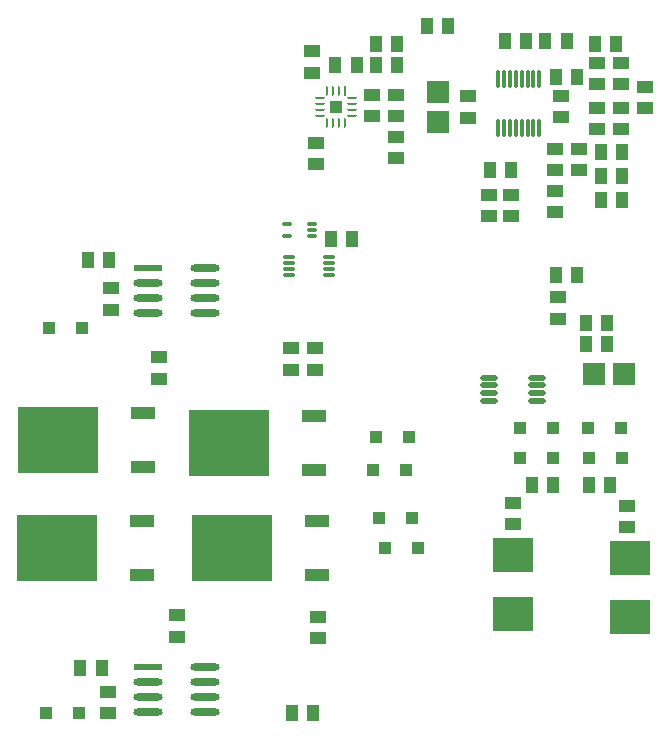
<source format=gbr>
%TF.GenerationSoftware,Altium Limited,Altium Designer,23.3.1 (30)*%
G04 Layer_Color=8421504*
%FSLAX45Y45*%
%MOMM*%
%TF.SameCoordinates,6F745D81-4E65-4738-B163-C7EBCDBB3273*%
%TF.FilePolarity,Positive*%
%TF.FileFunction,Paste,Top*%
%TF.Part,Single*%
G01*
G75*
%TA.AperFunction,SMDPad,CuDef*%
%ADD10R,2.05000X1.00000*%
%ADD11R,6.90000X5.65000*%
G04:AMPARAMS|DCode=13|XSize=0.3mm|YSize=1mm|CornerRadius=0.0495mm|HoleSize=0mm|Usage=FLASHONLY|Rotation=270.000|XOffset=0mm|YOffset=0mm|HoleType=Round|Shape=RoundedRectangle|*
%AMROUNDEDRECTD13*
21,1,0.30000,0.90100,0,0,270.0*
21,1,0.20100,1.00000,0,0,270.0*
1,1,0.09900,-0.45050,-0.10050*
1,1,0.09900,-0.45050,0.10050*
1,1,0.09900,0.45050,0.10050*
1,1,0.09900,0.45050,-0.10050*
%
%ADD13ROUNDEDRECTD13*%
%ADD14O,0.30000X1.65000*%
%ADD15R,1.44780X1.11760*%
G04:AMPARAMS|DCode=16|XSize=2.48393mm|YSize=0.60684mm|CornerRadius=0.30342mm|HoleSize=0mm|Usage=FLASHONLY|Rotation=0.000|XOffset=0mm|YOffset=0mm|HoleType=Round|Shape=RoundedRectangle|*
%AMROUNDEDRECTD16*
21,1,2.48393,0.00000,0,0,0.0*
21,1,1.87709,0.60684,0,0,0.0*
1,1,0.60684,0.93854,0.00000*
1,1,0.60684,-0.93854,0.00000*
1,1,0.60684,-0.93854,0.00000*
1,1,0.60684,0.93854,0.00000*
%
%ADD16ROUNDEDRECTD16*%
%ADD17R,2.48393X0.60684*%
%ADD18R,1.11760X1.44780*%
%ADD19R,3.50000X3.00000*%
%ADD20O,1.50000X0.45000*%
%ADD21R,1.90620X1.95395*%
G04:AMPARAMS|DCode=23|XSize=0.23928mm|YSize=0.80602mm|CornerRadius=0.11964mm|HoleSize=0mm|Usage=FLASHONLY|Rotation=270.000|XOffset=0mm|YOffset=0mm|HoleType=Round|Shape=RoundedRectangle|*
%AMROUNDEDRECTD23*
21,1,0.23928,0.56673,0,0,270.0*
21,1,0.00000,0.80602,0,0,270.0*
1,1,0.23928,-0.28337,0.00000*
1,1,0.23928,-0.28337,0.00000*
1,1,0.23928,0.28337,0.00000*
1,1,0.23928,0.28337,0.00000*
%
%ADD23ROUNDEDRECTD23*%
G04:AMPARAMS|DCode=24|XSize=0.80602mm|YSize=0.23928mm|CornerRadius=0.11964mm|HoleSize=0mm|Usage=FLASHONLY|Rotation=270.000|XOffset=0mm|YOffset=0mm|HoleType=Round|Shape=RoundedRectangle|*
%AMROUNDEDRECTD24*
21,1,0.80602,0.00000,0,0,270.0*
21,1,0.56673,0.23928,0,0,270.0*
1,1,0.23928,0.00000,-0.28337*
1,1,0.23928,0.00000,0.28337*
1,1,0.23928,0.00000,0.28337*
1,1,0.23928,0.00000,-0.28337*
%
%ADD24ROUNDEDRECTD24*%
%ADD25R,0.23928X0.80602*%
G04:AMPARAMS|DCode=26|XSize=0.3mm|YSize=0.8mm|CornerRadius=0.0495mm|HoleSize=0mm|Usage=FLASHONLY|Rotation=270.000|XOffset=0mm|YOffset=0mm|HoleType=Round|Shape=RoundedRectangle|*
%AMROUNDEDRECTD26*
21,1,0.30000,0.70100,0,0,270.0*
21,1,0.20100,0.80000,0,0,270.0*
1,1,0.09900,-0.35050,-0.10050*
1,1,0.09900,-0.35050,0.10050*
1,1,0.09900,0.35050,0.10050*
1,1,0.09900,0.35050,-0.10050*
%
%ADD26ROUNDEDRECTD26*%
%ADD27R,1.95395X1.90620*%
%TA.AperFunction,NonConductor*%
%ADD61R,1.01193X1.01193*%
%TA.AperFunction,SMDPad,CuDef*%
%ADD62R,1.10000X1.10000*%
D10*
X11389300Y6236300D02*
D03*
Y6692300D02*
D03*
X11363900Y7125300D02*
D03*
Y7581300D02*
D03*
X9902100Y6692300D02*
D03*
Y6236300D02*
D03*
X9916100Y7606700D02*
D03*
Y7150700D02*
D03*
D11*
X10669300Y6464300D02*
D03*
X10643900Y7353300D02*
D03*
X9182100Y6464300D02*
D03*
X9196100Y7378700D02*
D03*
D13*
X11145700Y8926900D02*
D03*
Y8876900D02*
D03*
Y8826900D02*
D03*
Y8776900D02*
D03*
X11485700Y8926900D02*
D03*
Y8876900D02*
D03*
Y8826900D02*
D03*
Y8776900D02*
D03*
D14*
X13268700Y10433540D02*
D03*
X13218700D02*
D03*
X13168700D02*
D03*
X13118700D02*
D03*
X13068700D02*
D03*
X13018700D02*
D03*
X12968700D02*
D03*
X12918700D02*
D03*
X13268700Y10018540D02*
D03*
X13218700D02*
D03*
X13168700D02*
D03*
X13118700D02*
D03*
X13068700D02*
D03*
X13018700D02*
D03*
X12968700D02*
D03*
X12918700D02*
D03*
D15*
X9639300Y8662670D02*
D03*
Y8482330D02*
D03*
X9613900Y5245100D02*
D03*
Y5064760D02*
D03*
X10198100Y5894070D02*
D03*
Y5713730D02*
D03*
X13042900Y6845300D02*
D03*
Y6664960D02*
D03*
X14008099Y6819900D02*
D03*
Y6639560D02*
D03*
X14160500Y10367010D02*
D03*
Y10186670D02*
D03*
X13754100Y10570210D02*
D03*
Y10389870D02*
D03*
X12052300Y9944100D02*
D03*
Y9763760D02*
D03*
X11379200Y9894570D02*
D03*
Y9714230D02*
D03*
X11341100Y10488930D02*
D03*
Y10669270D02*
D03*
X13449300Y10110470D02*
D03*
Y10290810D02*
D03*
X13957300Y10570210D02*
D03*
Y10389870D02*
D03*
X13754100Y10189210D02*
D03*
Y10008870D02*
D03*
X13957300D02*
D03*
Y10189210D02*
D03*
X13601700Y9845040D02*
D03*
Y9664700D02*
D03*
X13398500Y9845040D02*
D03*
Y9664700D02*
D03*
X13031470Y9274810D02*
D03*
Y9455150D02*
D03*
X12839700Y9272270D02*
D03*
Y9452610D02*
D03*
X11391900Y5702300D02*
D03*
Y5882640D02*
D03*
X10045700Y7898130D02*
D03*
Y8078470D02*
D03*
X11366500Y7974330D02*
D03*
Y8154670D02*
D03*
X11163300D02*
D03*
Y7974330D02*
D03*
X13423900Y8586470D02*
D03*
Y8406130D02*
D03*
X13398500Y9489440D02*
D03*
Y9309100D02*
D03*
X12052300Y10299700D02*
D03*
Y10119360D02*
D03*
X12661900Y10107930D02*
D03*
Y10288270D02*
D03*
X11849100Y10299700D02*
D03*
Y10119360D02*
D03*
D16*
X10439199Y8839200D02*
D03*
Y8712200D02*
D03*
Y8585200D02*
D03*
Y8458200D02*
D03*
X9957001D02*
D03*
Y8585200D02*
D03*
Y8712200D02*
D03*
X10439199Y5461000D02*
D03*
Y5334000D02*
D03*
Y5207000D02*
D03*
Y5080000D02*
D03*
X9957001D02*
D03*
Y5207000D02*
D03*
Y5334000D02*
D03*
D17*
Y8839200D02*
D03*
Y5461000D02*
D03*
D18*
X9563100Y5448300D02*
D03*
X9382760D02*
D03*
X13689330Y6997700D02*
D03*
X13869670D02*
D03*
X13206731D02*
D03*
X13387070D02*
D03*
X13590269Y10454640D02*
D03*
X13409930D02*
D03*
X13920470Y10734040D02*
D03*
X13740131D02*
D03*
X13500101Y10759440D02*
D03*
X13319760D02*
D03*
X13158470D02*
D03*
X12978130D02*
D03*
X12066270Y10553700D02*
D03*
X11885930D02*
D03*
X12066270Y10731500D02*
D03*
X11885930D02*
D03*
X13790930Y9616440D02*
D03*
X13971271D02*
D03*
X11541760Y10553700D02*
D03*
X11722100D02*
D03*
X12317730Y10883900D02*
D03*
X12498070D02*
D03*
X13971271Y9819640D02*
D03*
X13790930D02*
D03*
X13590269Y8775700D02*
D03*
X13409930D02*
D03*
X13971271Y9413240D02*
D03*
X13790930D02*
D03*
X12851131Y9667240D02*
D03*
X13031470D02*
D03*
X11504930Y9080500D02*
D03*
X11685270D02*
D03*
X11174730Y5067300D02*
D03*
X11355070D02*
D03*
X9447530Y8902700D02*
D03*
X9627870D02*
D03*
X13663930Y8369300D02*
D03*
X13844270D02*
D03*
X13663930Y8191500D02*
D03*
X13844270D02*
D03*
D19*
X14033501Y6384100D02*
D03*
Y5884100D02*
D03*
X13042900Y6409500D02*
D03*
Y5909500D02*
D03*
D20*
X12840401Y7908000D02*
D03*
Y7843000D02*
D03*
Y7778000D02*
D03*
Y7713000D02*
D03*
X13245399Y7908000D02*
D03*
Y7843000D02*
D03*
Y7778000D02*
D03*
Y7713000D02*
D03*
D21*
X12407900Y10070488D02*
D03*
Y10325712D02*
D03*
D23*
X11679606Y10273100D02*
D03*
Y10223100D02*
D03*
Y10173100D02*
D03*
Y10123100D02*
D03*
X11408994D02*
D03*
Y10173100D02*
D03*
Y10223100D02*
D03*
Y10273100D02*
D03*
D24*
X11619300Y10062794D02*
D03*
X11569300D02*
D03*
X11519300D02*
D03*
X11469300D02*
D03*
Y10333406D02*
D03*
X11519300D02*
D03*
X11569300D02*
D03*
D25*
X11619300D02*
D03*
D26*
X11344500Y9106700D02*
D03*
Y9156700D02*
D03*
Y9206700D02*
D03*
X11134500D02*
D03*
Y9106700D02*
D03*
D27*
X13983311Y7937500D02*
D03*
X13728088D02*
D03*
D61*
X11544300Y10198100D02*
D03*
D62*
X9118600Y8331200D02*
D03*
X9398600D02*
D03*
X9372900Y5067300D02*
D03*
X9092900D02*
D03*
X13386099Y7480300D02*
D03*
X13106100D02*
D03*
X13106100Y7226300D02*
D03*
X13386099D02*
D03*
X13690300D02*
D03*
X13970300D02*
D03*
X13957899Y7480300D02*
D03*
X13677901D02*
D03*
X11886900Y7404100D02*
D03*
X12166900D02*
D03*
X12192300Y6718300D02*
D03*
X11912300D02*
D03*
X12141500Y7124700D02*
D03*
X11861500D02*
D03*
X11963100Y6464300D02*
D03*
X12243100D02*
D03*
%TF.MD5,68794cf62efc58b9ce71a03e7a5381a1*%
M02*

</source>
